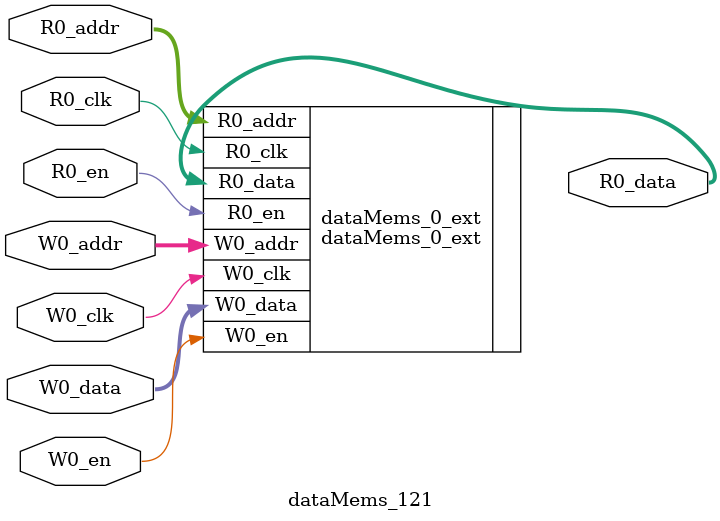
<source format=sv>
`ifndef RANDOMIZE
  `ifdef RANDOMIZE_REG_INIT
    `define RANDOMIZE
  `endif // RANDOMIZE_REG_INIT
`endif // not def RANDOMIZE
`ifndef RANDOMIZE
  `ifdef RANDOMIZE_MEM_INIT
    `define RANDOMIZE
  `endif // RANDOMIZE_MEM_INIT
`endif // not def RANDOMIZE

`ifndef RANDOM
  `define RANDOM $random
`endif // not def RANDOM

// Users can define 'PRINTF_COND' to add an extra gate to prints.
`ifndef PRINTF_COND_
  `ifdef PRINTF_COND
    `define PRINTF_COND_ (`PRINTF_COND)
  `else  // PRINTF_COND
    `define PRINTF_COND_ 1
  `endif // PRINTF_COND
`endif // not def PRINTF_COND_

// Users can define 'ASSERT_VERBOSE_COND' to add an extra gate to assert error printing.
`ifndef ASSERT_VERBOSE_COND_
  `ifdef ASSERT_VERBOSE_COND
    `define ASSERT_VERBOSE_COND_ (`ASSERT_VERBOSE_COND)
  `else  // ASSERT_VERBOSE_COND
    `define ASSERT_VERBOSE_COND_ 1
  `endif // ASSERT_VERBOSE_COND
`endif // not def ASSERT_VERBOSE_COND_

// Users can define 'STOP_COND' to add an extra gate to stop conditions.
`ifndef STOP_COND_
  `ifdef STOP_COND
    `define STOP_COND_ (`STOP_COND)
  `else  // STOP_COND
    `define STOP_COND_ 1
  `endif // STOP_COND
`endif // not def STOP_COND_

// Users can define INIT_RANDOM as general code that gets injected into the
// initializer block for modules with registers.
`ifndef INIT_RANDOM
  `define INIT_RANDOM
`endif // not def INIT_RANDOM

// If using random initialization, you can also define RANDOMIZE_DELAY to
// customize the delay used, otherwise 0.002 is used.
`ifndef RANDOMIZE_DELAY
  `define RANDOMIZE_DELAY 0.002
`endif // not def RANDOMIZE_DELAY

// Define INIT_RANDOM_PROLOG_ for use in our modules below.
`ifndef INIT_RANDOM_PROLOG_
  `ifdef RANDOMIZE
    `ifdef VERILATOR
      `define INIT_RANDOM_PROLOG_ `INIT_RANDOM
    `else  // VERILATOR
      `define INIT_RANDOM_PROLOG_ `INIT_RANDOM #`RANDOMIZE_DELAY begin end
    `endif // VERILATOR
  `else  // RANDOMIZE
    `define INIT_RANDOM_PROLOG_
  `endif // RANDOMIZE
`endif // not def INIT_RANDOM_PROLOG_

// Include register initializers in init blocks unless synthesis is set
`ifndef SYNTHESIS
  `ifndef ENABLE_INITIAL_REG_
    `define ENABLE_INITIAL_REG_
  `endif // not def ENABLE_INITIAL_REG_
`endif // not def SYNTHESIS

// Include rmemory initializers in init blocks unless synthesis is set
`ifndef SYNTHESIS
  `ifndef ENABLE_INITIAL_MEM_
    `define ENABLE_INITIAL_MEM_
  `endif // not def ENABLE_INITIAL_MEM_
`endif // not def SYNTHESIS

module dataMems_121(	// @[generators/ara/src/main/scala/UnsafeAXI4ToTL.scala:365:62]
  input  [4:0]  R0_addr,
  input         R0_en,
  input         R0_clk,
  output [66:0] R0_data,
  input  [4:0]  W0_addr,
  input         W0_en,
  input         W0_clk,
  input  [66:0] W0_data
);

  dataMems_0_ext dataMems_0_ext (	// @[generators/ara/src/main/scala/UnsafeAXI4ToTL.scala:365:62]
    .R0_addr (R0_addr),
    .R0_en   (R0_en),
    .R0_clk  (R0_clk),
    .R0_data (R0_data),
    .W0_addr (W0_addr),
    .W0_en   (W0_en),
    .W0_clk  (W0_clk),
    .W0_data (W0_data)
  );
endmodule


</source>
